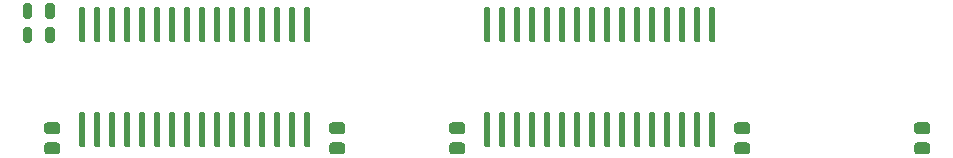
<source format=gtp>
G04 #@! TF.GenerationSoftware,KiCad,Pcbnew,(5.1.10-1-10_14)*
G04 #@! TF.CreationDate,2021-07-02T01:33:12-04:00*
G04 #@! TF.ProjectId,GW4192-SOJ,47573431-3932-42d5-934f-4a2e6b696361,1.0-SOJ*
G04 #@! TF.SameCoordinates,Original*
G04 #@! TF.FileFunction,Paste,Top*
G04 #@! TF.FilePolarity,Positive*
%FSLAX46Y46*%
G04 Gerber Fmt 4.6, Leading zero omitted, Abs format (unit mm)*
G04 Created by KiCad (PCBNEW (5.1.10-1-10_14)) date 2021-07-02 01:33:12*
%MOMM*%
%LPD*%
G01*
G04 APERTURE LIST*
G04 APERTURE END LIST*
G36*
G01*
X117685000Y-95575500D02*
X118535000Y-95575500D01*
G75*
G02*
X118785000Y-95825500I0J-250000D01*
G01*
X118785000Y-96325500D01*
G75*
G02*
X118535000Y-96575500I-250000J0D01*
G01*
X117685000Y-96575500D01*
G75*
G02*
X117435000Y-96325500I0J250000D01*
G01*
X117435000Y-95825500D01*
G75*
G02*
X117685000Y-95575500I250000J0D01*
G01*
G37*
G36*
G01*
X117685000Y-93875500D02*
X118535000Y-93875500D01*
G75*
G02*
X118785000Y-94125500I0J-250000D01*
G01*
X118785000Y-94625500D01*
G75*
G02*
X118535000Y-94875500I-250000J0D01*
G01*
X117685000Y-94875500D01*
G75*
G02*
X117435000Y-94625500I0J250000D01*
G01*
X117435000Y-94125500D01*
G75*
G02*
X117685000Y-93875500I250000J0D01*
G01*
G37*
G36*
G01*
X107525000Y-93875500D02*
X108375000Y-93875500D01*
G75*
G02*
X108625000Y-94125500I0J-250000D01*
G01*
X108625000Y-94625500D01*
G75*
G02*
X108375000Y-94875500I-250000J0D01*
G01*
X107525000Y-94875500D01*
G75*
G02*
X107275000Y-94625500I0J250000D01*
G01*
X107275000Y-94125500D01*
G75*
G02*
X107525000Y-93875500I250000J0D01*
G01*
G37*
G36*
G01*
X107525000Y-95575500D02*
X108375000Y-95575500D01*
G75*
G02*
X108625000Y-95825500I0J-250000D01*
G01*
X108625000Y-96325500D01*
G75*
G02*
X108375000Y-96575500I-250000J0D01*
G01*
X107525000Y-96575500D01*
G75*
G02*
X107275000Y-96325500I0J250000D01*
G01*
X107275000Y-95825500D01*
G75*
G02*
X107525000Y-95575500I250000J0D01*
G01*
G37*
G36*
G01*
X141815000Y-93875500D02*
X142665000Y-93875500D01*
G75*
G02*
X142915000Y-94125500I0J-250000D01*
G01*
X142915000Y-94625500D01*
G75*
G02*
X142665000Y-94875500I-250000J0D01*
G01*
X141815000Y-94875500D01*
G75*
G02*
X141565000Y-94625500I0J250000D01*
G01*
X141565000Y-94125500D01*
G75*
G02*
X141815000Y-93875500I250000J0D01*
G01*
G37*
G36*
G01*
X141815000Y-95575500D02*
X142665000Y-95575500D01*
G75*
G02*
X142915000Y-95825500I0J-250000D01*
G01*
X142915000Y-96325500D01*
G75*
G02*
X142665000Y-96575500I-250000J0D01*
G01*
X141815000Y-96575500D01*
G75*
G02*
X141565000Y-96325500I0J250000D01*
G01*
X141565000Y-95825500D01*
G75*
G02*
X141815000Y-95575500I250000J0D01*
G01*
G37*
G36*
G01*
X84245000Y-94875500D02*
X83395000Y-94875500D01*
G75*
G02*
X83145000Y-94625500I0J250000D01*
G01*
X83145000Y-94125500D01*
G75*
G02*
X83395000Y-93875500I250000J0D01*
G01*
X84245000Y-93875500D01*
G75*
G02*
X84495000Y-94125500I0J-250000D01*
G01*
X84495000Y-94625500D01*
G75*
G02*
X84245000Y-94875500I-250000J0D01*
G01*
G37*
G36*
G01*
X84245000Y-96575500D02*
X83395000Y-96575500D01*
G75*
G02*
X83145000Y-96325500I0J250000D01*
G01*
X83145000Y-95825500D01*
G75*
G02*
X83395000Y-95575500I250000J0D01*
G01*
X84245000Y-95575500D01*
G75*
G02*
X84495000Y-95825500I0J-250000D01*
G01*
X84495000Y-96325500D01*
G75*
G02*
X84245000Y-96575500I-250000J0D01*
G01*
G37*
G36*
G01*
X157905000Y-96575500D02*
X157055000Y-96575500D01*
G75*
G02*
X156805000Y-96325500I0J250000D01*
G01*
X156805000Y-95825500D01*
G75*
G02*
X157055000Y-95575500I250000J0D01*
G01*
X157905000Y-95575500D01*
G75*
G02*
X158155000Y-95825500I0J-250000D01*
G01*
X158155000Y-96325500D01*
G75*
G02*
X157905000Y-96575500I-250000J0D01*
G01*
G37*
G36*
G01*
X157905000Y-94875500D02*
X157055000Y-94875500D01*
G75*
G02*
X156805000Y-94625500I0J250000D01*
G01*
X156805000Y-94125500D01*
G75*
G02*
X157055000Y-93875500I250000J0D01*
G01*
X157905000Y-93875500D01*
G75*
G02*
X158155000Y-94125500I0J-250000D01*
G01*
X158155000Y-94625500D01*
G75*
G02*
X157905000Y-94875500I-250000J0D01*
G01*
G37*
G36*
G01*
X82127000Y-86012000D02*
X82127000Y-86962000D01*
G75*
G02*
X81927000Y-87162000I-200000J0D01*
G01*
X81527000Y-87162000D01*
G75*
G02*
X81327000Y-86962000I0J200000D01*
G01*
X81327000Y-86012000D01*
G75*
G02*
X81527000Y-85812000I200000J0D01*
G01*
X81927000Y-85812000D01*
G75*
G02*
X82127000Y-86012000I0J-200000D01*
G01*
G37*
G36*
G01*
X84027000Y-86012000D02*
X84027000Y-86962000D01*
G75*
G02*
X83827000Y-87162000I-200000J0D01*
G01*
X83427000Y-87162000D01*
G75*
G02*
X83227000Y-86962000I0J200000D01*
G01*
X83227000Y-86012000D01*
G75*
G02*
X83427000Y-85812000I200000J0D01*
G01*
X83827000Y-85812000D01*
G75*
G02*
X84027000Y-86012000I0J-200000D01*
G01*
G37*
G36*
G01*
X81327000Y-84930000D02*
X81327000Y-83980000D01*
G75*
G02*
X81527000Y-83780000I200000J0D01*
G01*
X81927000Y-83780000D01*
G75*
G02*
X82127000Y-83980000I0J-200000D01*
G01*
X82127000Y-84930000D01*
G75*
G02*
X81927000Y-85130000I-200000J0D01*
G01*
X81527000Y-85130000D01*
G75*
G02*
X81327000Y-84930000I0J200000D01*
G01*
G37*
G36*
G01*
X83227000Y-84930000D02*
X83227000Y-83980000D01*
G75*
G02*
X83427000Y-83780000I200000J0D01*
G01*
X83827000Y-83780000D01*
G75*
G02*
X84027000Y-83980000I0J-200000D01*
G01*
X84027000Y-84930000D01*
G75*
G02*
X83827000Y-85130000I-200000J0D01*
G01*
X83427000Y-85130000D01*
G75*
G02*
X83227000Y-84930000I0J200000D01*
G01*
G37*
G36*
G01*
X86497500Y-87097000D02*
X86222500Y-87097000D01*
G75*
G02*
X86085000Y-86959500I0J137500D01*
G01*
X86085000Y-84236500D01*
G75*
G02*
X86222500Y-84099000I137500J0D01*
G01*
X86497500Y-84099000D01*
G75*
G02*
X86635000Y-84236500I0J-137500D01*
G01*
X86635000Y-86959500D01*
G75*
G02*
X86497500Y-87097000I-137500J0D01*
G01*
G37*
G36*
G01*
X87767500Y-87097000D02*
X87492500Y-87097000D01*
G75*
G02*
X87355000Y-86959500I0J137500D01*
G01*
X87355000Y-84236500D01*
G75*
G02*
X87492500Y-84099000I137500J0D01*
G01*
X87767500Y-84099000D01*
G75*
G02*
X87905000Y-84236500I0J-137500D01*
G01*
X87905000Y-86959500D01*
G75*
G02*
X87767500Y-87097000I-137500J0D01*
G01*
G37*
G36*
G01*
X89037500Y-87097000D02*
X88762500Y-87097000D01*
G75*
G02*
X88625000Y-86959500I0J137500D01*
G01*
X88625000Y-84236500D01*
G75*
G02*
X88762500Y-84099000I137500J0D01*
G01*
X89037500Y-84099000D01*
G75*
G02*
X89175000Y-84236500I0J-137500D01*
G01*
X89175000Y-86959500D01*
G75*
G02*
X89037500Y-87097000I-137500J0D01*
G01*
G37*
G36*
G01*
X90307500Y-87097000D02*
X90032500Y-87097000D01*
G75*
G02*
X89895000Y-86959500I0J137500D01*
G01*
X89895000Y-84236500D01*
G75*
G02*
X90032500Y-84099000I137500J0D01*
G01*
X90307500Y-84099000D01*
G75*
G02*
X90445000Y-84236500I0J-137500D01*
G01*
X90445000Y-86959500D01*
G75*
G02*
X90307500Y-87097000I-137500J0D01*
G01*
G37*
G36*
G01*
X101462500Y-84099000D02*
X101737500Y-84099000D01*
G75*
G02*
X101875000Y-84236500I0J-137500D01*
G01*
X101875000Y-86959500D01*
G75*
G02*
X101737500Y-87097000I-137500J0D01*
G01*
X101462500Y-87097000D01*
G75*
G02*
X101325000Y-86959500I0J137500D01*
G01*
X101325000Y-84236500D01*
G75*
G02*
X101462500Y-84099000I137500J0D01*
G01*
G37*
G36*
G01*
X102732500Y-84099000D02*
X103007500Y-84099000D01*
G75*
G02*
X103145000Y-84236500I0J-137500D01*
G01*
X103145000Y-86959500D01*
G75*
G02*
X103007500Y-87097000I-137500J0D01*
G01*
X102732500Y-87097000D01*
G75*
G02*
X102595000Y-86959500I0J137500D01*
G01*
X102595000Y-84236500D01*
G75*
G02*
X102732500Y-84099000I137500J0D01*
G01*
G37*
G36*
G01*
X104002500Y-84099000D02*
X104277500Y-84099000D01*
G75*
G02*
X104415000Y-84236500I0J-137500D01*
G01*
X104415000Y-86959500D01*
G75*
G02*
X104277500Y-87097000I-137500J0D01*
G01*
X104002500Y-87097000D01*
G75*
G02*
X103865000Y-86959500I0J137500D01*
G01*
X103865000Y-84236500D01*
G75*
G02*
X104002500Y-84099000I137500J0D01*
G01*
G37*
G36*
G01*
X105272500Y-84099000D02*
X105547500Y-84099000D01*
G75*
G02*
X105685000Y-84236500I0J-137500D01*
G01*
X105685000Y-86959500D01*
G75*
G02*
X105547500Y-87097000I-137500J0D01*
G01*
X105272500Y-87097000D01*
G75*
G02*
X105135000Y-86959500I0J137500D01*
G01*
X105135000Y-84236500D01*
G75*
G02*
X105272500Y-84099000I137500J0D01*
G01*
G37*
G36*
G01*
X105547500Y-95987000D02*
X105272500Y-95987000D01*
G75*
G02*
X105135000Y-95849500I0J137500D01*
G01*
X105135000Y-93126500D01*
G75*
G02*
X105272500Y-92989000I137500J0D01*
G01*
X105547500Y-92989000D01*
G75*
G02*
X105685000Y-93126500I0J-137500D01*
G01*
X105685000Y-95849500D01*
G75*
G02*
X105547500Y-95987000I-137500J0D01*
G01*
G37*
G36*
G01*
X104277500Y-95987000D02*
X104002500Y-95987000D01*
G75*
G02*
X103865000Y-95849500I0J137500D01*
G01*
X103865000Y-93126500D01*
G75*
G02*
X104002500Y-92989000I137500J0D01*
G01*
X104277500Y-92989000D01*
G75*
G02*
X104415000Y-93126500I0J-137500D01*
G01*
X104415000Y-95849500D01*
G75*
G02*
X104277500Y-95987000I-137500J0D01*
G01*
G37*
G36*
G01*
X94117500Y-95987000D02*
X93842500Y-95987000D01*
G75*
G02*
X93705000Y-95849500I0J137500D01*
G01*
X93705000Y-93126500D01*
G75*
G02*
X93842500Y-92989000I137500J0D01*
G01*
X94117500Y-92989000D01*
G75*
G02*
X94255000Y-93126500I0J-137500D01*
G01*
X94255000Y-95849500D01*
G75*
G02*
X94117500Y-95987000I-137500J0D01*
G01*
G37*
G36*
G01*
X94117500Y-87097000D02*
X93842500Y-87097000D01*
G75*
G02*
X93705000Y-86959500I0J137500D01*
G01*
X93705000Y-84236500D01*
G75*
G02*
X93842500Y-84099000I137500J0D01*
G01*
X94117500Y-84099000D01*
G75*
G02*
X94255000Y-84236500I0J-137500D01*
G01*
X94255000Y-86959500D01*
G75*
G02*
X94117500Y-87097000I-137500J0D01*
G01*
G37*
G36*
G01*
X95387500Y-87097000D02*
X95112500Y-87097000D01*
G75*
G02*
X94975000Y-86959500I0J137500D01*
G01*
X94975000Y-84236500D01*
G75*
G02*
X95112500Y-84099000I137500J0D01*
G01*
X95387500Y-84099000D01*
G75*
G02*
X95525000Y-84236500I0J-137500D01*
G01*
X95525000Y-86959500D01*
G75*
G02*
X95387500Y-87097000I-137500J0D01*
G01*
G37*
G36*
G01*
X96657500Y-87097000D02*
X96382500Y-87097000D01*
G75*
G02*
X96245000Y-86959500I0J137500D01*
G01*
X96245000Y-84236500D01*
G75*
G02*
X96382500Y-84099000I137500J0D01*
G01*
X96657500Y-84099000D01*
G75*
G02*
X96795000Y-84236500I0J-137500D01*
G01*
X96795000Y-86959500D01*
G75*
G02*
X96657500Y-87097000I-137500J0D01*
G01*
G37*
G36*
G01*
X97927500Y-87097000D02*
X97652500Y-87097000D01*
G75*
G02*
X97515000Y-86959500I0J137500D01*
G01*
X97515000Y-84236500D01*
G75*
G02*
X97652500Y-84099000I137500J0D01*
G01*
X97927500Y-84099000D01*
G75*
G02*
X98065000Y-84236500I0J-137500D01*
G01*
X98065000Y-86959500D01*
G75*
G02*
X97927500Y-87097000I-137500J0D01*
G01*
G37*
G36*
G01*
X99197500Y-87097000D02*
X98922500Y-87097000D01*
G75*
G02*
X98785000Y-86959500I0J137500D01*
G01*
X98785000Y-84236500D01*
G75*
G02*
X98922500Y-84099000I137500J0D01*
G01*
X99197500Y-84099000D01*
G75*
G02*
X99335000Y-84236500I0J-137500D01*
G01*
X99335000Y-86959500D01*
G75*
G02*
X99197500Y-87097000I-137500J0D01*
G01*
G37*
G36*
G01*
X101737500Y-95987000D02*
X101462500Y-95987000D01*
G75*
G02*
X101325000Y-95849500I0J137500D01*
G01*
X101325000Y-93126500D01*
G75*
G02*
X101462500Y-92989000I137500J0D01*
G01*
X101737500Y-92989000D01*
G75*
G02*
X101875000Y-93126500I0J-137500D01*
G01*
X101875000Y-95849500D01*
G75*
G02*
X101737500Y-95987000I-137500J0D01*
G01*
G37*
G36*
G01*
X100467500Y-95987000D02*
X100192500Y-95987000D01*
G75*
G02*
X100055000Y-95849500I0J137500D01*
G01*
X100055000Y-93126500D01*
G75*
G02*
X100192500Y-92989000I137500J0D01*
G01*
X100467500Y-92989000D01*
G75*
G02*
X100605000Y-93126500I0J-137500D01*
G01*
X100605000Y-95849500D01*
G75*
G02*
X100467500Y-95987000I-137500J0D01*
G01*
G37*
G36*
G01*
X99197500Y-95987000D02*
X98922500Y-95987000D01*
G75*
G02*
X98785000Y-95849500I0J137500D01*
G01*
X98785000Y-93126500D01*
G75*
G02*
X98922500Y-92989000I137500J0D01*
G01*
X99197500Y-92989000D01*
G75*
G02*
X99335000Y-93126500I0J-137500D01*
G01*
X99335000Y-95849500D01*
G75*
G02*
X99197500Y-95987000I-137500J0D01*
G01*
G37*
G36*
G01*
X97927500Y-95987000D02*
X97652500Y-95987000D01*
G75*
G02*
X97515000Y-95849500I0J137500D01*
G01*
X97515000Y-93126500D01*
G75*
G02*
X97652500Y-92989000I137500J0D01*
G01*
X97927500Y-92989000D01*
G75*
G02*
X98065000Y-93126500I0J-137500D01*
G01*
X98065000Y-95849500D01*
G75*
G02*
X97927500Y-95987000I-137500J0D01*
G01*
G37*
G36*
G01*
X96657500Y-95987000D02*
X96382500Y-95987000D01*
G75*
G02*
X96245000Y-95849500I0J137500D01*
G01*
X96245000Y-93126500D01*
G75*
G02*
X96382500Y-92989000I137500J0D01*
G01*
X96657500Y-92989000D01*
G75*
G02*
X96795000Y-93126500I0J-137500D01*
G01*
X96795000Y-95849500D01*
G75*
G02*
X96657500Y-95987000I-137500J0D01*
G01*
G37*
G36*
G01*
X91577500Y-95987000D02*
X91302500Y-95987000D01*
G75*
G02*
X91165000Y-95849500I0J137500D01*
G01*
X91165000Y-93126500D01*
G75*
G02*
X91302500Y-92989000I137500J0D01*
G01*
X91577500Y-92989000D01*
G75*
G02*
X91715000Y-93126500I0J-137500D01*
G01*
X91715000Y-95849500D01*
G75*
G02*
X91577500Y-95987000I-137500J0D01*
G01*
G37*
G36*
G01*
X90307500Y-95987000D02*
X90032500Y-95987000D01*
G75*
G02*
X89895000Y-95849500I0J137500D01*
G01*
X89895000Y-93126500D01*
G75*
G02*
X90032500Y-92989000I137500J0D01*
G01*
X90307500Y-92989000D01*
G75*
G02*
X90445000Y-93126500I0J-137500D01*
G01*
X90445000Y-95849500D01*
G75*
G02*
X90307500Y-95987000I-137500J0D01*
G01*
G37*
G36*
G01*
X89037500Y-95987000D02*
X88762500Y-95987000D01*
G75*
G02*
X88625000Y-95849500I0J137500D01*
G01*
X88625000Y-93126500D01*
G75*
G02*
X88762500Y-92989000I137500J0D01*
G01*
X89037500Y-92989000D01*
G75*
G02*
X89175000Y-93126500I0J-137500D01*
G01*
X89175000Y-95849500D01*
G75*
G02*
X89037500Y-95987000I-137500J0D01*
G01*
G37*
G36*
G01*
X87767500Y-95987000D02*
X87492500Y-95987000D01*
G75*
G02*
X87355000Y-95849500I0J137500D01*
G01*
X87355000Y-93126500D01*
G75*
G02*
X87492500Y-92989000I137500J0D01*
G01*
X87767500Y-92989000D01*
G75*
G02*
X87905000Y-93126500I0J-137500D01*
G01*
X87905000Y-95849500D01*
G75*
G02*
X87767500Y-95987000I-137500J0D01*
G01*
G37*
G36*
G01*
X86497500Y-95987000D02*
X86222500Y-95987000D01*
G75*
G02*
X86085000Y-95849500I0J137500D01*
G01*
X86085000Y-93126500D01*
G75*
G02*
X86222500Y-92989000I137500J0D01*
G01*
X86497500Y-92989000D01*
G75*
G02*
X86635000Y-93126500I0J-137500D01*
G01*
X86635000Y-95849500D01*
G75*
G02*
X86497500Y-95987000I-137500J0D01*
G01*
G37*
G36*
G01*
X100467500Y-87097000D02*
X100192500Y-87097000D01*
G75*
G02*
X100055000Y-86959500I0J137500D01*
G01*
X100055000Y-84236500D01*
G75*
G02*
X100192500Y-84099000I137500J0D01*
G01*
X100467500Y-84099000D01*
G75*
G02*
X100605000Y-84236500I0J-137500D01*
G01*
X100605000Y-86959500D01*
G75*
G02*
X100467500Y-87097000I-137500J0D01*
G01*
G37*
G36*
G01*
X92847500Y-95987000D02*
X92572500Y-95987000D01*
G75*
G02*
X92435000Y-95849500I0J137500D01*
G01*
X92435000Y-93126500D01*
G75*
G02*
X92572500Y-92989000I137500J0D01*
G01*
X92847500Y-92989000D01*
G75*
G02*
X92985000Y-93126500I0J-137500D01*
G01*
X92985000Y-95849500D01*
G75*
G02*
X92847500Y-95987000I-137500J0D01*
G01*
G37*
G36*
G01*
X95387500Y-95987000D02*
X95112500Y-95987000D01*
G75*
G02*
X94975000Y-95849500I0J137500D01*
G01*
X94975000Y-93126500D01*
G75*
G02*
X95112500Y-92989000I137500J0D01*
G01*
X95387500Y-92989000D01*
G75*
G02*
X95525000Y-93126500I0J-137500D01*
G01*
X95525000Y-95849500D01*
G75*
G02*
X95387500Y-95987000I-137500J0D01*
G01*
G37*
G36*
G01*
X103007500Y-95987000D02*
X102732500Y-95987000D01*
G75*
G02*
X102595000Y-95849500I0J137500D01*
G01*
X102595000Y-93126500D01*
G75*
G02*
X102732500Y-92989000I137500J0D01*
G01*
X103007500Y-92989000D01*
G75*
G02*
X103145000Y-93126500I0J-137500D01*
G01*
X103145000Y-95849500D01*
G75*
G02*
X103007500Y-95987000I-137500J0D01*
G01*
G37*
G36*
G01*
X92847500Y-87097000D02*
X92572500Y-87097000D01*
G75*
G02*
X92435000Y-86959500I0J137500D01*
G01*
X92435000Y-84236500D01*
G75*
G02*
X92572500Y-84099000I137500J0D01*
G01*
X92847500Y-84099000D01*
G75*
G02*
X92985000Y-84236500I0J-137500D01*
G01*
X92985000Y-86959500D01*
G75*
G02*
X92847500Y-87097000I-137500J0D01*
G01*
G37*
G36*
G01*
X91577500Y-87097000D02*
X91302500Y-87097000D01*
G75*
G02*
X91165000Y-86959500I0J137500D01*
G01*
X91165000Y-84236500D01*
G75*
G02*
X91302500Y-84099000I137500J0D01*
G01*
X91577500Y-84099000D01*
G75*
G02*
X91715000Y-84236500I0J-137500D01*
G01*
X91715000Y-86959500D01*
G75*
G02*
X91577500Y-87097000I-137500J0D01*
G01*
G37*
G36*
G01*
X125867500Y-87097000D02*
X125592500Y-87097000D01*
G75*
G02*
X125455000Y-86959500I0J137500D01*
G01*
X125455000Y-84236500D01*
G75*
G02*
X125592500Y-84099000I137500J0D01*
G01*
X125867500Y-84099000D01*
G75*
G02*
X126005000Y-84236500I0J-137500D01*
G01*
X126005000Y-86959500D01*
G75*
G02*
X125867500Y-87097000I-137500J0D01*
G01*
G37*
G36*
G01*
X127137500Y-87097000D02*
X126862500Y-87097000D01*
G75*
G02*
X126725000Y-86959500I0J137500D01*
G01*
X126725000Y-84236500D01*
G75*
G02*
X126862500Y-84099000I137500J0D01*
G01*
X127137500Y-84099000D01*
G75*
G02*
X127275000Y-84236500I0J-137500D01*
G01*
X127275000Y-86959500D01*
G75*
G02*
X127137500Y-87097000I-137500J0D01*
G01*
G37*
G36*
G01*
X137297500Y-95987000D02*
X137022500Y-95987000D01*
G75*
G02*
X136885000Y-95849500I0J137500D01*
G01*
X136885000Y-93126500D01*
G75*
G02*
X137022500Y-92989000I137500J0D01*
G01*
X137297500Y-92989000D01*
G75*
G02*
X137435000Y-93126500I0J-137500D01*
G01*
X137435000Y-95849500D01*
G75*
G02*
X137297500Y-95987000I-137500J0D01*
G01*
G37*
G36*
G01*
X129677500Y-95987000D02*
X129402500Y-95987000D01*
G75*
G02*
X129265000Y-95849500I0J137500D01*
G01*
X129265000Y-93126500D01*
G75*
G02*
X129402500Y-92989000I137500J0D01*
G01*
X129677500Y-92989000D01*
G75*
G02*
X129815000Y-93126500I0J-137500D01*
G01*
X129815000Y-95849500D01*
G75*
G02*
X129677500Y-95987000I-137500J0D01*
G01*
G37*
G36*
G01*
X127137500Y-95987000D02*
X126862500Y-95987000D01*
G75*
G02*
X126725000Y-95849500I0J137500D01*
G01*
X126725000Y-93126500D01*
G75*
G02*
X126862500Y-92989000I137500J0D01*
G01*
X127137500Y-92989000D01*
G75*
G02*
X127275000Y-93126500I0J-137500D01*
G01*
X127275000Y-95849500D01*
G75*
G02*
X127137500Y-95987000I-137500J0D01*
G01*
G37*
G36*
G01*
X134757500Y-87097000D02*
X134482500Y-87097000D01*
G75*
G02*
X134345000Y-86959500I0J137500D01*
G01*
X134345000Y-84236500D01*
G75*
G02*
X134482500Y-84099000I137500J0D01*
G01*
X134757500Y-84099000D01*
G75*
G02*
X134895000Y-84236500I0J-137500D01*
G01*
X134895000Y-86959500D01*
G75*
G02*
X134757500Y-87097000I-137500J0D01*
G01*
G37*
G36*
G01*
X120787500Y-95987000D02*
X120512500Y-95987000D01*
G75*
G02*
X120375000Y-95849500I0J137500D01*
G01*
X120375000Y-93126500D01*
G75*
G02*
X120512500Y-92989000I137500J0D01*
G01*
X120787500Y-92989000D01*
G75*
G02*
X120925000Y-93126500I0J-137500D01*
G01*
X120925000Y-95849500D01*
G75*
G02*
X120787500Y-95987000I-137500J0D01*
G01*
G37*
G36*
G01*
X122057500Y-95987000D02*
X121782500Y-95987000D01*
G75*
G02*
X121645000Y-95849500I0J137500D01*
G01*
X121645000Y-93126500D01*
G75*
G02*
X121782500Y-92989000I137500J0D01*
G01*
X122057500Y-92989000D01*
G75*
G02*
X122195000Y-93126500I0J-137500D01*
G01*
X122195000Y-95849500D01*
G75*
G02*
X122057500Y-95987000I-137500J0D01*
G01*
G37*
G36*
G01*
X123327500Y-95987000D02*
X123052500Y-95987000D01*
G75*
G02*
X122915000Y-95849500I0J137500D01*
G01*
X122915000Y-93126500D01*
G75*
G02*
X123052500Y-92989000I137500J0D01*
G01*
X123327500Y-92989000D01*
G75*
G02*
X123465000Y-93126500I0J-137500D01*
G01*
X123465000Y-95849500D01*
G75*
G02*
X123327500Y-95987000I-137500J0D01*
G01*
G37*
G36*
G01*
X124597500Y-95987000D02*
X124322500Y-95987000D01*
G75*
G02*
X124185000Y-95849500I0J137500D01*
G01*
X124185000Y-93126500D01*
G75*
G02*
X124322500Y-92989000I137500J0D01*
G01*
X124597500Y-92989000D01*
G75*
G02*
X124735000Y-93126500I0J-137500D01*
G01*
X124735000Y-95849500D01*
G75*
G02*
X124597500Y-95987000I-137500J0D01*
G01*
G37*
G36*
G01*
X125867500Y-95987000D02*
X125592500Y-95987000D01*
G75*
G02*
X125455000Y-95849500I0J137500D01*
G01*
X125455000Y-93126500D01*
G75*
G02*
X125592500Y-92989000I137500J0D01*
G01*
X125867500Y-92989000D01*
G75*
G02*
X126005000Y-93126500I0J-137500D01*
G01*
X126005000Y-95849500D01*
G75*
G02*
X125867500Y-95987000I-137500J0D01*
G01*
G37*
G36*
G01*
X130947500Y-95987000D02*
X130672500Y-95987000D01*
G75*
G02*
X130535000Y-95849500I0J137500D01*
G01*
X130535000Y-93126500D01*
G75*
G02*
X130672500Y-92989000I137500J0D01*
G01*
X130947500Y-92989000D01*
G75*
G02*
X131085000Y-93126500I0J-137500D01*
G01*
X131085000Y-95849500D01*
G75*
G02*
X130947500Y-95987000I-137500J0D01*
G01*
G37*
G36*
G01*
X132217500Y-95987000D02*
X131942500Y-95987000D01*
G75*
G02*
X131805000Y-95849500I0J137500D01*
G01*
X131805000Y-93126500D01*
G75*
G02*
X131942500Y-92989000I137500J0D01*
G01*
X132217500Y-92989000D01*
G75*
G02*
X132355000Y-93126500I0J-137500D01*
G01*
X132355000Y-95849500D01*
G75*
G02*
X132217500Y-95987000I-137500J0D01*
G01*
G37*
G36*
G01*
X133487500Y-95987000D02*
X133212500Y-95987000D01*
G75*
G02*
X133075000Y-95849500I0J137500D01*
G01*
X133075000Y-93126500D01*
G75*
G02*
X133212500Y-92989000I137500J0D01*
G01*
X133487500Y-92989000D01*
G75*
G02*
X133625000Y-93126500I0J-137500D01*
G01*
X133625000Y-95849500D01*
G75*
G02*
X133487500Y-95987000I-137500J0D01*
G01*
G37*
G36*
G01*
X134757500Y-95987000D02*
X134482500Y-95987000D01*
G75*
G02*
X134345000Y-95849500I0J137500D01*
G01*
X134345000Y-93126500D01*
G75*
G02*
X134482500Y-92989000I137500J0D01*
G01*
X134757500Y-92989000D01*
G75*
G02*
X134895000Y-93126500I0J-137500D01*
G01*
X134895000Y-95849500D01*
G75*
G02*
X134757500Y-95987000I-137500J0D01*
G01*
G37*
G36*
G01*
X136027500Y-95987000D02*
X135752500Y-95987000D01*
G75*
G02*
X135615000Y-95849500I0J137500D01*
G01*
X135615000Y-93126500D01*
G75*
G02*
X135752500Y-92989000I137500J0D01*
G01*
X136027500Y-92989000D01*
G75*
G02*
X136165000Y-93126500I0J-137500D01*
G01*
X136165000Y-95849500D01*
G75*
G02*
X136027500Y-95987000I-137500J0D01*
G01*
G37*
G36*
G01*
X133487500Y-87097000D02*
X133212500Y-87097000D01*
G75*
G02*
X133075000Y-86959500I0J137500D01*
G01*
X133075000Y-84236500D01*
G75*
G02*
X133212500Y-84099000I137500J0D01*
G01*
X133487500Y-84099000D01*
G75*
G02*
X133625000Y-84236500I0J-137500D01*
G01*
X133625000Y-86959500D01*
G75*
G02*
X133487500Y-87097000I-137500J0D01*
G01*
G37*
G36*
G01*
X132217500Y-87097000D02*
X131942500Y-87097000D01*
G75*
G02*
X131805000Y-86959500I0J137500D01*
G01*
X131805000Y-84236500D01*
G75*
G02*
X131942500Y-84099000I137500J0D01*
G01*
X132217500Y-84099000D01*
G75*
G02*
X132355000Y-84236500I0J-137500D01*
G01*
X132355000Y-86959500D01*
G75*
G02*
X132217500Y-87097000I-137500J0D01*
G01*
G37*
G36*
G01*
X130947500Y-87097000D02*
X130672500Y-87097000D01*
G75*
G02*
X130535000Y-86959500I0J137500D01*
G01*
X130535000Y-84236500D01*
G75*
G02*
X130672500Y-84099000I137500J0D01*
G01*
X130947500Y-84099000D01*
G75*
G02*
X131085000Y-84236500I0J-137500D01*
G01*
X131085000Y-86959500D01*
G75*
G02*
X130947500Y-87097000I-137500J0D01*
G01*
G37*
G36*
G01*
X129677500Y-87097000D02*
X129402500Y-87097000D01*
G75*
G02*
X129265000Y-86959500I0J137500D01*
G01*
X129265000Y-84236500D01*
G75*
G02*
X129402500Y-84099000I137500J0D01*
G01*
X129677500Y-84099000D01*
G75*
G02*
X129815000Y-84236500I0J-137500D01*
G01*
X129815000Y-86959500D01*
G75*
G02*
X129677500Y-87097000I-137500J0D01*
G01*
G37*
G36*
G01*
X128407500Y-87097000D02*
X128132500Y-87097000D01*
G75*
G02*
X127995000Y-86959500I0J137500D01*
G01*
X127995000Y-84236500D01*
G75*
G02*
X128132500Y-84099000I137500J0D01*
G01*
X128407500Y-84099000D01*
G75*
G02*
X128545000Y-84236500I0J-137500D01*
G01*
X128545000Y-86959500D01*
G75*
G02*
X128407500Y-87097000I-137500J0D01*
G01*
G37*
G36*
G01*
X128407500Y-95987000D02*
X128132500Y-95987000D01*
G75*
G02*
X127995000Y-95849500I0J137500D01*
G01*
X127995000Y-93126500D01*
G75*
G02*
X128132500Y-92989000I137500J0D01*
G01*
X128407500Y-92989000D01*
G75*
G02*
X128545000Y-93126500I0J-137500D01*
G01*
X128545000Y-95849500D01*
G75*
G02*
X128407500Y-95987000I-137500J0D01*
G01*
G37*
G36*
G01*
X138567500Y-95987000D02*
X138292500Y-95987000D01*
G75*
G02*
X138155000Y-95849500I0J137500D01*
G01*
X138155000Y-93126500D01*
G75*
G02*
X138292500Y-92989000I137500J0D01*
G01*
X138567500Y-92989000D01*
G75*
G02*
X138705000Y-93126500I0J-137500D01*
G01*
X138705000Y-95849500D01*
G75*
G02*
X138567500Y-95987000I-137500J0D01*
G01*
G37*
G36*
G01*
X139837500Y-95987000D02*
X139562500Y-95987000D01*
G75*
G02*
X139425000Y-95849500I0J137500D01*
G01*
X139425000Y-93126500D01*
G75*
G02*
X139562500Y-92989000I137500J0D01*
G01*
X139837500Y-92989000D01*
G75*
G02*
X139975000Y-93126500I0J-137500D01*
G01*
X139975000Y-95849500D01*
G75*
G02*
X139837500Y-95987000I-137500J0D01*
G01*
G37*
G36*
G01*
X139562500Y-84099000D02*
X139837500Y-84099000D01*
G75*
G02*
X139975000Y-84236500I0J-137500D01*
G01*
X139975000Y-86959500D01*
G75*
G02*
X139837500Y-87097000I-137500J0D01*
G01*
X139562500Y-87097000D01*
G75*
G02*
X139425000Y-86959500I0J137500D01*
G01*
X139425000Y-84236500D01*
G75*
G02*
X139562500Y-84099000I137500J0D01*
G01*
G37*
G36*
G01*
X138292500Y-84099000D02*
X138567500Y-84099000D01*
G75*
G02*
X138705000Y-84236500I0J-137500D01*
G01*
X138705000Y-86959500D01*
G75*
G02*
X138567500Y-87097000I-137500J0D01*
G01*
X138292500Y-87097000D01*
G75*
G02*
X138155000Y-86959500I0J137500D01*
G01*
X138155000Y-84236500D01*
G75*
G02*
X138292500Y-84099000I137500J0D01*
G01*
G37*
G36*
G01*
X137022500Y-84099000D02*
X137297500Y-84099000D01*
G75*
G02*
X137435000Y-84236500I0J-137500D01*
G01*
X137435000Y-86959500D01*
G75*
G02*
X137297500Y-87097000I-137500J0D01*
G01*
X137022500Y-87097000D01*
G75*
G02*
X136885000Y-86959500I0J137500D01*
G01*
X136885000Y-84236500D01*
G75*
G02*
X137022500Y-84099000I137500J0D01*
G01*
G37*
G36*
G01*
X135752500Y-84099000D02*
X136027500Y-84099000D01*
G75*
G02*
X136165000Y-84236500I0J-137500D01*
G01*
X136165000Y-86959500D01*
G75*
G02*
X136027500Y-87097000I-137500J0D01*
G01*
X135752500Y-87097000D01*
G75*
G02*
X135615000Y-86959500I0J137500D01*
G01*
X135615000Y-84236500D01*
G75*
G02*
X135752500Y-84099000I137500J0D01*
G01*
G37*
G36*
G01*
X124597500Y-87097000D02*
X124322500Y-87097000D01*
G75*
G02*
X124185000Y-86959500I0J137500D01*
G01*
X124185000Y-84236500D01*
G75*
G02*
X124322500Y-84099000I137500J0D01*
G01*
X124597500Y-84099000D01*
G75*
G02*
X124735000Y-84236500I0J-137500D01*
G01*
X124735000Y-86959500D01*
G75*
G02*
X124597500Y-87097000I-137500J0D01*
G01*
G37*
G36*
G01*
X123327500Y-87097000D02*
X123052500Y-87097000D01*
G75*
G02*
X122915000Y-86959500I0J137500D01*
G01*
X122915000Y-84236500D01*
G75*
G02*
X123052500Y-84099000I137500J0D01*
G01*
X123327500Y-84099000D01*
G75*
G02*
X123465000Y-84236500I0J-137500D01*
G01*
X123465000Y-86959500D01*
G75*
G02*
X123327500Y-87097000I-137500J0D01*
G01*
G37*
G36*
G01*
X122057500Y-87097000D02*
X121782500Y-87097000D01*
G75*
G02*
X121645000Y-86959500I0J137500D01*
G01*
X121645000Y-84236500D01*
G75*
G02*
X121782500Y-84099000I137500J0D01*
G01*
X122057500Y-84099000D01*
G75*
G02*
X122195000Y-84236500I0J-137500D01*
G01*
X122195000Y-86959500D01*
G75*
G02*
X122057500Y-87097000I-137500J0D01*
G01*
G37*
G36*
G01*
X120787500Y-87097000D02*
X120512500Y-87097000D01*
G75*
G02*
X120375000Y-86959500I0J137500D01*
G01*
X120375000Y-84236500D01*
G75*
G02*
X120512500Y-84099000I137500J0D01*
G01*
X120787500Y-84099000D01*
G75*
G02*
X120925000Y-84236500I0J-137500D01*
G01*
X120925000Y-86959500D01*
G75*
G02*
X120787500Y-87097000I-137500J0D01*
G01*
G37*
M02*

</source>
